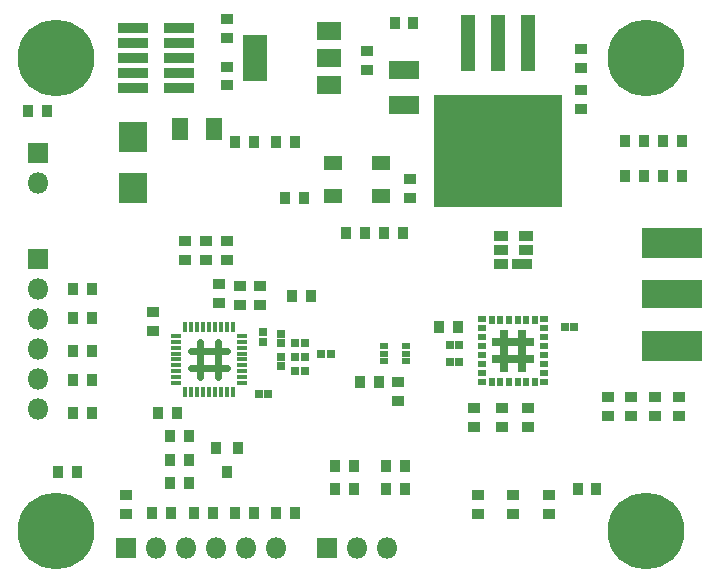
<source format=gts>
G04 #@! TF.GenerationSoftware,KiCad,Pcbnew,(5.1.0-0)*
G04 #@! TF.CreationDate,2019-09-18T13:26:03-04:00*
G04 #@! TF.ProjectId,openlst-hw,6f70656e-6c73-4742-9d68-772e6b696361,1*
G04 #@! TF.SameCoordinates,Original*
G04 #@! TF.FileFunction,Soldermask,Top*
G04 #@! TF.FilePolarity,Negative*
%FSLAX46Y46*%
G04 Gerber Fmt 4.6, Leading zero omitted, Abs format (unit mm)*
G04 Created by KiCad (PCBNEW (5.1.0-0)) date 2019-09-18 13:26:03*
%MOMM*%
%LPD*%
G04 APERTURE LIST*
%ADD10C,0.600000*%
%ADD11R,1.151600X0.911600*%
%ADD12R,1.801600X0.911600*%
%ADD13R,1.801600X1.801600*%
%ADD14O,1.801600X1.801600*%
%ADD15R,0.381600X0.851600*%
%ADD16R,0.851600X0.381600*%
%ADD17R,3.601600X0.701600*%
%ADD18R,0.701600X3.601600*%
%ADD19R,0.501600X0.651600*%
%ADD20R,0.651600X0.601600*%
%ADD21R,0.651600X0.501600*%
%ADD22R,0.921600X1.101600*%
%ADD23R,0.751600X0.676600*%
%ADD24R,1.101600X0.921600*%
%ADD25R,0.676600X0.751600*%
%ADD26R,2.501600X1.561600*%
%ADD27R,2.401600X2.601600*%
%ADD28R,2.501600X0.841600*%
%ADD29R,5.181600X2.391600*%
%ADD30R,5.181600X2.521600*%
%ADD31R,1.321600X1.901600*%
%ADD32C,6.501600*%
%ADD33C,0.901600*%
%ADD34R,2.101600X3.901600*%
%ADD35R,2.101600X1.601600*%
%ADD36R,1.201600X4.701600*%
%ADD37R,10.901600X9.501600*%
%ADD38R,1.601600X1.301600*%
%ADD39R,0.901600X1.001600*%
%ADD40R,0.751600X0.501600*%
G04 APERTURE END LIST*
D10*
X133000000Y-69750000D02*
X130000000Y-69750000D01*
X130000000Y-68250000D02*
X133000000Y-68250000D01*
X132250000Y-67500000D02*
X132250000Y-70500000D01*
X130750000Y-67500000D02*
X130750000Y-70500000D01*
D11*
X156175000Y-60935000D03*
X156175000Y-59750000D03*
X156175000Y-58565000D03*
X158325000Y-58565000D03*
X158325000Y-59750000D03*
D12*
X158000000Y-60945000D03*
D13*
X117000000Y-60500000D03*
D14*
X117000000Y-63040000D03*
X117000000Y-65580000D03*
X117000000Y-68120000D03*
X117000000Y-70660000D03*
X117000000Y-73200000D03*
D15*
X131500000Y-66220000D03*
X132000000Y-66220000D03*
X132500000Y-66220000D03*
X133000000Y-66220000D03*
X133500000Y-66220000D03*
X131000000Y-66220000D03*
X130500000Y-66220000D03*
X130000000Y-66220000D03*
X129500000Y-66220000D03*
D16*
X134280000Y-69000000D03*
X134280000Y-69500000D03*
X134280000Y-70000000D03*
X134280000Y-70500000D03*
X134280000Y-71000000D03*
X134280000Y-67000000D03*
X134280000Y-67500000D03*
X134280000Y-68000000D03*
X134280000Y-68500000D03*
D15*
X131500000Y-71780000D03*
X131000000Y-71780000D03*
X130500000Y-71780000D03*
X130000000Y-71780000D03*
X129500000Y-71780000D03*
X133500000Y-71780000D03*
X133000000Y-71780000D03*
X132500000Y-71780000D03*
X132000000Y-71780000D03*
D16*
X128720000Y-69000000D03*
X128720000Y-68500000D03*
X128720000Y-68000000D03*
X128720000Y-67500000D03*
X128720000Y-67000000D03*
X128720000Y-71000000D03*
X128720000Y-70500000D03*
X128720000Y-70000000D03*
X128720000Y-69500000D03*
D17*
X157250000Y-67500000D03*
X157250000Y-69000000D03*
D18*
X156500000Y-68250000D03*
X158000000Y-68250000D03*
D19*
X155437000Y-70875000D03*
D20*
X154625000Y-70900000D03*
D21*
X154625000Y-66375000D03*
D20*
X154625000Y-65600000D03*
X159875000Y-65600000D03*
X159875000Y-70900000D03*
D21*
X159875000Y-70125000D03*
X159875000Y-69375000D03*
X159875000Y-68625000D03*
X159875000Y-67875000D03*
X159875000Y-67125000D03*
X159875000Y-66375000D03*
D19*
X159063000Y-65625000D03*
X158338000Y-65625000D03*
X157613000Y-65625000D03*
X156887000Y-65625000D03*
X156162000Y-65625000D03*
X155437000Y-65625000D03*
D21*
X154625000Y-67125000D03*
X154625000Y-67875000D03*
X154625000Y-68625000D03*
X154625000Y-69375000D03*
X154625000Y-70125000D03*
D19*
X156162000Y-70875000D03*
X156887000Y-70875000D03*
X157613000Y-70875000D03*
X158338000Y-70875000D03*
X159063000Y-70875000D03*
D22*
X128800000Y-73500000D03*
X127200000Y-73500000D03*
D23*
X136100000Y-67487500D03*
X136100000Y-66712500D03*
D24*
X135800000Y-64400000D03*
X135800000Y-62800000D03*
X144900000Y-42900000D03*
X144900000Y-44500000D03*
X134100000Y-64400000D03*
X134100000Y-62800000D03*
X165250000Y-72200000D03*
X165250000Y-73800000D03*
D25*
X135712500Y-71900000D03*
X136487500Y-71900000D03*
D22*
X152550000Y-66250000D03*
X150950000Y-66250000D03*
D24*
X129500000Y-58950000D03*
X129500000Y-60550000D03*
X126750000Y-66550000D03*
X126750000Y-64950000D03*
X133000000Y-44200000D03*
X133000000Y-45800000D03*
D26*
X148000000Y-44520000D03*
X148000000Y-47480000D03*
D24*
X133000000Y-41800000D03*
X133000000Y-40200000D03*
D22*
X148800000Y-40500000D03*
X147200000Y-40500000D03*
D24*
X132375000Y-64225000D03*
X132375000Y-62625000D03*
X163000000Y-47800000D03*
X163000000Y-46200000D03*
D25*
X139587500Y-70000000D03*
X138812500Y-70000000D03*
D22*
X129800000Y-75500000D03*
X128200000Y-75500000D03*
D23*
X137600000Y-66812500D03*
X137600000Y-67587500D03*
D25*
X138812500Y-68800000D03*
X139587500Y-68800000D03*
X141012500Y-68500000D03*
X141787500Y-68500000D03*
D22*
X145900000Y-70900000D03*
X144300000Y-70900000D03*
D24*
X148500000Y-55300000D03*
X148500000Y-53700000D03*
X153900000Y-73100000D03*
X153900000Y-74700000D03*
D25*
X151862500Y-67750000D03*
X152637500Y-67750000D03*
X151862500Y-69250000D03*
X152637500Y-69250000D03*
D24*
X156300000Y-73100000D03*
X156300000Y-74700000D03*
D25*
X162387500Y-66250000D03*
X161612500Y-66250000D03*
D24*
X158500000Y-73100000D03*
X158500000Y-74700000D03*
X131250000Y-58950000D03*
X131250000Y-60550000D03*
D22*
X171550000Y-50500000D03*
X169950000Y-50500000D03*
X171550000Y-53500000D03*
X169950000Y-53500000D03*
D27*
X125100000Y-50150000D03*
X125100000Y-54450000D03*
D13*
X117000000Y-51500000D03*
D14*
X117000000Y-54040000D03*
D28*
X128950000Y-46040000D03*
X125050000Y-46040000D03*
X128950000Y-44770000D03*
X125050000Y-44770000D03*
X128950000Y-43500000D03*
X125050000Y-43500000D03*
X128950000Y-42230000D03*
X125050000Y-42230000D03*
X128950000Y-40960000D03*
X125050000Y-40960000D03*
D13*
X124500000Y-85000000D03*
D14*
X127040000Y-85000000D03*
X129580000Y-85000000D03*
X132120000Y-85000000D03*
X134660000Y-85000000D03*
X137200000Y-85000000D03*
D13*
X141500000Y-85000000D03*
D14*
X144040000Y-85000000D03*
X146580000Y-85000000D03*
D29*
X170720000Y-63500000D03*
D30*
X170720000Y-67880000D03*
X170720000Y-59120000D03*
D31*
X131930000Y-49500000D03*
X129070000Y-49500000D03*
D24*
X133000000Y-58950000D03*
X133000000Y-60550000D03*
D23*
X137600000Y-69587500D03*
X137600000Y-68812500D03*
D25*
X138812500Y-67600000D03*
X139587500Y-67600000D03*
D24*
X147500000Y-72500000D03*
X147500000Y-70900000D03*
D32*
X118500000Y-83500000D03*
D33*
X120900000Y-83500000D03*
X120197056Y-85197056D03*
X118500000Y-85900000D03*
X116802944Y-85197056D03*
X116100000Y-83500000D03*
X116802944Y-81802944D03*
X118500000Y-81100000D03*
X120197056Y-81802944D03*
D32*
X118500000Y-43500000D03*
D33*
X120900000Y-43500000D03*
X120197056Y-45197056D03*
X118500000Y-45900000D03*
X116802944Y-45197056D03*
X116100000Y-43500000D03*
X116802944Y-41802944D03*
X118500000Y-41100000D03*
X120197056Y-41802944D03*
D32*
X168500000Y-43500000D03*
D33*
X170900000Y-43500000D03*
X170197056Y-45197056D03*
X168500000Y-45900000D03*
X166802944Y-45197056D03*
X166100000Y-43500000D03*
X166802944Y-41802944D03*
X168500000Y-41100000D03*
X170197056Y-41802944D03*
D32*
X168500000Y-83500000D03*
D33*
X170900000Y-83500000D03*
X170197056Y-85197056D03*
X168500000Y-85900000D03*
X166802944Y-85197056D03*
X166100000Y-83500000D03*
X166802944Y-81802944D03*
X168500000Y-81100000D03*
X170197056Y-81802944D03*
D22*
X143800000Y-78000000D03*
X142200000Y-78000000D03*
X148050000Y-78000000D03*
X146450000Y-78000000D03*
X168300000Y-50500000D03*
X166700000Y-50500000D03*
X168300000Y-53500000D03*
X166700000Y-53500000D03*
X137200000Y-82000000D03*
X138800000Y-82000000D03*
D24*
X124500000Y-80450000D03*
X124500000Y-82050000D03*
D22*
X133700000Y-82000000D03*
X135300000Y-82000000D03*
X130200000Y-82000000D03*
X131800000Y-82000000D03*
X121550000Y-73500000D03*
X119950000Y-73500000D03*
X121550000Y-63000000D03*
X119950000Y-63000000D03*
X121550000Y-68250000D03*
X119950000Y-68250000D03*
X121550000Y-70750000D03*
X119950000Y-70750000D03*
X146450000Y-80000000D03*
X148050000Y-80000000D03*
X142200000Y-80000000D03*
X143800000Y-80000000D03*
D24*
X154250000Y-80450000D03*
X154250000Y-82050000D03*
D22*
X140100000Y-63600000D03*
X138500000Y-63600000D03*
X139500000Y-55300000D03*
X137900000Y-55300000D03*
X129800000Y-79500000D03*
X128200000Y-79500000D03*
X121550000Y-65500000D03*
X119950000Y-65500000D03*
X126700000Y-82000000D03*
X128300000Y-82000000D03*
X146300000Y-58300000D03*
X147900000Y-58300000D03*
X143100000Y-58300000D03*
X144700000Y-58300000D03*
X135300000Y-50600000D03*
X133700000Y-50600000D03*
X138800000Y-50600000D03*
X137200000Y-50600000D03*
D24*
X171250000Y-72200000D03*
X171250000Y-73800000D03*
X157250000Y-82050000D03*
X157250000Y-80450000D03*
D22*
X129800000Y-77500000D03*
X128200000Y-77500000D03*
D24*
X160250000Y-80450000D03*
X160250000Y-82050000D03*
D22*
X120300000Y-78500000D03*
X118700000Y-78500000D03*
X116200000Y-48000000D03*
X117800000Y-48000000D03*
D24*
X163000000Y-44300000D03*
X163000000Y-42700000D03*
D22*
X162700000Y-80000000D03*
X164300000Y-80000000D03*
D24*
X169250000Y-72200000D03*
X169250000Y-73800000D03*
X167250000Y-73800000D03*
X167250000Y-72200000D03*
D34*
X135350000Y-43500000D03*
D35*
X141650000Y-43500000D03*
X141650000Y-41200000D03*
X141650000Y-45800000D03*
D36*
X158540000Y-42225000D03*
X156000000Y-42225000D03*
X153460000Y-42225000D03*
D37*
X156000000Y-51375000D03*
D38*
X146050000Y-52350000D03*
X141950000Y-52350000D03*
X141950000Y-55150000D03*
X146050000Y-55150000D03*
D39*
X133950000Y-76500000D03*
X132050000Y-76500000D03*
X133000000Y-78500000D03*
D40*
X148200000Y-69150000D03*
X148200000Y-67850000D03*
X146300000Y-68500000D03*
X148200000Y-68500000D03*
X146300000Y-67850000D03*
X146300000Y-69150000D03*
M02*

</source>
